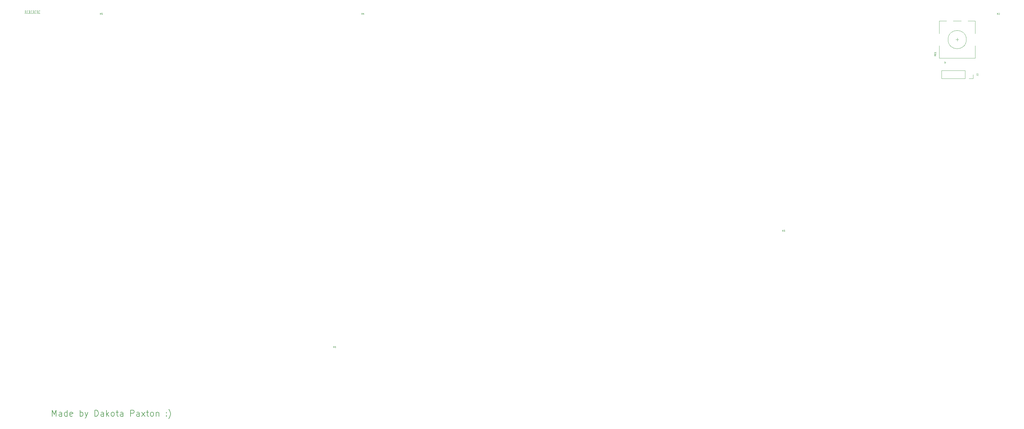
<source format=gto>
G04 #@! TF.GenerationSoftware,KiCad,Pcbnew,(5.1.9)-1*
G04 #@! TF.CreationDate,2021-06-04T19:47:10-04:00*
G04 #@! TF.ProjectId,version1,76657273-696f-46e3-912e-6b696361645f,rev?*
G04 #@! TF.SameCoordinates,Original*
G04 #@! TF.FileFunction,Legend,Top*
G04 #@! TF.FilePolarity,Positive*
%FSLAX46Y46*%
G04 Gerber Fmt 4.6, Leading zero omitted, Abs format (unit mm)*
G04 Created by KiCad (PCBNEW (5.1.9)-1) date 2021-06-04 19:47:10*
%MOMM*%
%LPD*%
G01*
G04 APERTURE LIST*
%ADD10C,0.125000*%
%ADD11C,0.150000*%
%ADD12C,0.120000*%
%ADD13R,2.000000X2.000000*%
%ADD14C,2.000000*%
%ADD15R,2.000000X3.200000*%
%ADD16C,1.750000*%
%ADD17C,2.250000*%
%ADD18C,3.987800*%
%ADD19C,3.048000*%
%ADD20C,3.500000*%
%ADD21C,0.650000*%
%ADD22O,1.000000X2.100000*%
%ADD23O,1.000000X1.600000*%
%ADD24O,1.700000X1.700000*%
%ADD25R,1.700000X1.700000*%
G04 APERTURE END LIST*
D10*
X78970476Y-78192380D02*
X78970476Y-78906666D01*
X78946666Y-79049523D01*
X78899047Y-79144761D01*
X78827619Y-79192380D01*
X78780000Y-79192380D01*
X79446666Y-79192380D02*
X79208571Y-79192380D01*
X79208571Y-78192380D01*
X79899047Y-79097142D02*
X79875238Y-79144761D01*
X79803809Y-79192380D01*
X79756190Y-79192380D01*
X79684761Y-79144761D01*
X79637142Y-79049523D01*
X79613333Y-78954285D01*
X79589523Y-78763809D01*
X79589523Y-78620952D01*
X79613333Y-78430476D01*
X79637142Y-78335238D01*
X79684761Y-78240000D01*
X79756190Y-78192380D01*
X79803809Y-78192380D01*
X79875238Y-78240000D01*
X79899047Y-78287619D01*
X80256190Y-78192380D02*
X80256190Y-78906666D01*
X80232380Y-79049523D01*
X80184761Y-79144761D01*
X80113333Y-79192380D01*
X80065714Y-79192380D01*
X80732380Y-79192380D02*
X80494285Y-79192380D01*
X80494285Y-78192380D01*
X81184761Y-79097142D02*
X81160952Y-79144761D01*
X81089523Y-79192380D01*
X81041904Y-79192380D01*
X80970476Y-79144761D01*
X80922857Y-79049523D01*
X80899047Y-78954285D01*
X80875238Y-78763809D01*
X80875238Y-78620952D01*
X80899047Y-78430476D01*
X80922857Y-78335238D01*
X80970476Y-78240000D01*
X81041904Y-78192380D01*
X81089523Y-78192380D01*
X81160952Y-78240000D01*
X81184761Y-78287619D01*
X81541904Y-78192380D02*
X81541904Y-78906666D01*
X81518095Y-79049523D01*
X81470476Y-79144761D01*
X81399047Y-79192380D01*
X81351428Y-79192380D01*
X82018095Y-79192380D02*
X81780000Y-79192380D01*
X81780000Y-78192380D01*
X82470476Y-79097142D02*
X82446666Y-79144761D01*
X82375238Y-79192380D01*
X82327619Y-79192380D01*
X82256190Y-79144761D01*
X82208571Y-79049523D01*
X82184761Y-78954285D01*
X82160952Y-78763809D01*
X82160952Y-78620952D01*
X82184761Y-78430476D01*
X82208571Y-78335238D01*
X82256190Y-78240000D01*
X82327619Y-78192380D01*
X82375238Y-78192380D01*
X82446666Y-78240000D01*
X82470476Y-78287619D01*
X82827619Y-78192380D02*
X82827619Y-78906666D01*
X82803809Y-79049523D01*
X82756190Y-79144761D01*
X82684761Y-79192380D01*
X82637142Y-79192380D01*
X83303809Y-79192380D02*
X83065714Y-79192380D01*
X83065714Y-78192380D01*
X83756190Y-79097142D02*
X83732380Y-79144761D01*
X83660952Y-79192380D01*
X83613333Y-79192380D01*
X83541904Y-79144761D01*
X83494285Y-79049523D01*
X83470476Y-78954285D01*
X83446666Y-78763809D01*
X83446666Y-78620952D01*
X83470476Y-78430476D01*
X83494285Y-78335238D01*
X83541904Y-78240000D01*
X83613333Y-78192380D01*
X83660952Y-78192380D01*
X83732380Y-78240000D01*
X83756190Y-78287619D01*
D11*
X87807047Y-211216761D02*
X87807047Y-209216761D01*
X88473714Y-210645333D01*
X89140380Y-209216761D01*
X89140380Y-211216761D01*
X90949904Y-211216761D02*
X90949904Y-210169142D01*
X90854666Y-209978666D01*
X90664190Y-209883428D01*
X90283238Y-209883428D01*
X90092761Y-209978666D01*
X90949904Y-211121523D02*
X90759428Y-211216761D01*
X90283238Y-211216761D01*
X90092761Y-211121523D01*
X89997523Y-210931047D01*
X89997523Y-210740571D01*
X90092761Y-210550095D01*
X90283238Y-210454857D01*
X90759428Y-210454857D01*
X90949904Y-210359619D01*
X92759428Y-211216761D02*
X92759428Y-209216761D01*
X92759428Y-211121523D02*
X92568952Y-211216761D01*
X92187999Y-211216761D01*
X91997523Y-211121523D01*
X91902285Y-211026285D01*
X91807047Y-210835809D01*
X91807047Y-210264380D01*
X91902285Y-210073904D01*
X91997523Y-209978666D01*
X92187999Y-209883428D01*
X92568952Y-209883428D01*
X92759428Y-209978666D01*
X94473714Y-211121523D02*
X94283238Y-211216761D01*
X93902285Y-211216761D01*
X93711809Y-211121523D01*
X93616571Y-210931047D01*
X93616571Y-210169142D01*
X93711809Y-209978666D01*
X93902285Y-209883428D01*
X94283238Y-209883428D01*
X94473714Y-209978666D01*
X94568952Y-210169142D01*
X94568952Y-210359619D01*
X93616571Y-210550095D01*
X96949904Y-211216761D02*
X96949904Y-209216761D01*
X96949904Y-209978666D02*
X97140380Y-209883428D01*
X97521333Y-209883428D01*
X97711809Y-209978666D01*
X97807047Y-210073904D01*
X97902285Y-210264380D01*
X97902285Y-210835809D01*
X97807047Y-211026285D01*
X97711809Y-211121523D01*
X97521333Y-211216761D01*
X97140380Y-211216761D01*
X96949904Y-211121523D01*
X98568952Y-209883428D02*
X99045142Y-211216761D01*
X99521333Y-209883428D02*
X99045142Y-211216761D01*
X98854666Y-211692952D01*
X98759428Y-211788190D01*
X98568952Y-211883428D01*
X101807047Y-211216761D02*
X101807047Y-209216761D01*
X102283238Y-209216761D01*
X102568952Y-209312000D01*
X102759428Y-209502476D01*
X102854666Y-209692952D01*
X102949904Y-210073904D01*
X102949904Y-210359619D01*
X102854666Y-210740571D01*
X102759428Y-210931047D01*
X102568952Y-211121523D01*
X102283238Y-211216761D01*
X101807047Y-211216761D01*
X104664190Y-211216761D02*
X104664190Y-210169142D01*
X104568952Y-209978666D01*
X104378476Y-209883428D01*
X103997523Y-209883428D01*
X103807047Y-209978666D01*
X104664190Y-211121523D02*
X104473714Y-211216761D01*
X103997523Y-211216761D01*
X103807047Y-211121523D01*
X103711809Y-210931047D01*
X103711809Y-210740571D01*
X103807047Y-210550095D01*
X103997523Y-210454857D01*
X104473714Y-210454857D01*
X104664190Y-210359619D01*
X105616571Y-211216761D02*
X105616571Y-209216761D01*
X105807047Y-210454857D02*
X106378476Y-211216761D01*
X106378476Y-209883428D02*
X105616571Y-210645333D01*
X107521333Y-211216761D02*
X107330857Y-211121523D01*
X107235619Y-211026285D01*
X107140380Y-210835809D01*
X107140380Y-210264380D01*
X107235619Y-210073904D01*
X107330857Y-209978666D01*
X107521333Y-209883428D01*
X107807047Y-209883428D01*
X107997523Y-209978666D01*
X108092761Y-210073904D01*
X108188000Y-210264380D01*
X108188000Y-210835809D01*
X108092761Y-211026285D01*
X107997523Y-211121523D01*
X107807047Y-211216761D01*
X107521333Y-211216761D01*
X108759428Y-209883428D02*
X109521333Y-209883428D01*
X109045142Y-209216761D02*
X109045142Y-210931047D01*
X109140380Y-211121523D01*
X109330857Y-211216761D01*
X109521333Y-211216761D01*
X111045142Y-211216761D02*
X111045142Y-210169142D01*
X110949904Y-209978666D01*
X110759428Y-209883428D01*
X110378476Y-209883428D01*
X110188000Y-209978666D01*
X111045142Y-211121523D02*
X110854666Y-211216761D01*
X110378476Y-211216761D01*
X110188000Y-211121523D01*
X110092761Y-210931047D01*
X110092761Y-210740571D01*
X110188000Y-210550095D01*
X110378476Y-210454857D01*
X110854666Y-210454857D01*
X111045142Y-210359619D01*
X113521333Y-211216761D02*
X113521333Y-209216761D01*
X114283238Y-209216761D01*
X114473714Y-209312000D01*
X114568952Y-209407238D01*
X114664190Y-209597714D01*
X114664190Y-209883428D01*
X114568952Y-210073904D01*
X114473714Y-210169142D01*
X114283238Y-210264380D01*
X113521333Y-210264380D01*
X116378476Y-211216761D02*
X116378476Y-210169142D01*
X116283238Y-209978666D01*
X116092761Y-209883428D01*
X115711809Y-209883428D01*
X115521333Y-209978666D01*
X116378476Y-211121523D02*
X116187999Y-211216761D01*
X115711809Y-211216761D01*
X115521333Y-211121523D01*
X115426095Y-210931047D01*
X115426095Y-210740571D01*
X115521333Y-210550095D01*
X115711809Y-210454857D01*
X116187999Y-210454857D01*
X116378476Y-210359619D01*
X117140380Y-211216761D02*
X118187999Y-209883428D01*
X117140380Y-209883428D02*
X118187999Y-211216761D01*
X118664190Y-209883428D02*
X119426095Y-209883428D01*
X118949904Y-209216761D02*
X118949904Y-210931047D01*
X119045142Y-211121523D01*
X119235619Y-211216761D01*
X119426095Y-211216761D01*
X120378476Y-211216761D02*
X120187999Y-211121523D01*
X120092761Y-211026285D01*
X119997523Y-210835809D01*
X119997523Y-210264380D01*
X120092761Y-210073904D01*
X120187999Y-209978666D01*
X120378476Y-209883428D01*
X120664190Y-209883428D01*
X120854666Y-209978666D01*
X120949904Y-210073904D01*
X121045142Y-210264380D01*
X121045142Y-210835809D01*
X120949904Y-211026285D01*
X120854666Y-211121523D01*
X120664190Y-211216761D01*
X120378476Y-211216761D01*
X121902285Y-209883428D02*
X121902285Y-211216761D01*
X121902285Y-210073904D02*
X121997523Y-209978666D01*
X122187999Y-209883428D01*
X122473714Y-209883428D01*
X122664190Y-209978666D01*
X122759428Y-210169142D01*
X122759428Y-211216761D01*
X125235619Y-211026285D02*
X125330857Y-211121523D01*
X125235619Y-211216761D01*
X125140380Y-211121523D01*
X125235619Y-211026285D01*
X125235619Y-211216761D01*
X125235619Y-209978666D02*
X125330857Y-210073904D01*
X125235619Y-210169142D01*
X125140380Y-210073904D01*
X125235619Y-209978666D01*
X125235619Y-210169142D01*
X125997523Y-211978666D02*
X126092761Y-211883428D01*
X126283238Y-211597714D01*
X126378476Y-211407238D01*
X126473714Y-211121523D01*
X126568952Y-210645333D01*
X126568952Y-210264380D01*
X126473714Y-209788190D01*
X126378476Y-209502476D01*
X126283238Y-209312000D01*
X126092761Y-209026285D01*
X125997523Y-208931047D01*
D12*
X387293750Y-87750000D02*
G75*
G03*
X387293750Y-87750000I-3000000J0D01*
G01*
X378393750Y-85750000D02*
X378393750Y-81650000D01*
X390193750Y-81650000D02*
X390193750Y-85750000D01*
X390193750Y-89750000D02*
X390193750Y-93850000D01*
X378393750Y-89750000D02*
X378393750Y-93850000D01*
X378393750Y-93850000D02*
X390193750Y-93850000D01*
X380493750Y-95250000D02*
X380193750Y-95550000D01*
X380193750Y-95550000D02*
X380193750Y-94950000D01*
X380193750Y-94950000D02*
X380493750Y-95250000D01*
X378393750Y-81650000D02*
X380793750Y-81650000D01*
X382993750Y-81650000D02*
X385593750Y-81650000D01*
X387793750Y-81650000D02*
X390193750Y-81650000D01*
X383793750Y-87750000D02*
X384793750Y-87750000D01*
X384293750Y-88250000D02*
X384293750Y-87250000D01*
X386873750Y-97888750D02*
X386873750Y-100548750D01*
X386873750Y-97888750D02*
X379193750Y-97888750D01*
X379193750Y-97888750D02*
X379193750Y-100548750D01*
X386873750Y-100548750D02*
X379193750Y-100548750D01*
X389473750Y-100548750D02*
X388143750Y-100548750D01*
X389473750Y-99218750D02*
X389473750Y-100548750D01*
D10*
X377319940Y-92759523D02*
X377081845Y-92926190D01*
X377319940Y-93045238D02*
X376819940Y-93045238D01*
X376819940Y-92854761D01*
X376843750Y-92807142D01*
X376867559Y-92783333D01*
X376915178Y-92759523D01*
X376986607Y-92759523D01*
X377034226Y-92783333D01*
X377058035Y-92807142D01*
X377081845Y-92854761D01*
X377081845Y-93045238D01*
X377058035Y-92545238D02*
X377058035Y-92378571D01*
X377319940Y-92307142D02*
X377319940Y-92545238D01*
X376819940Y-92545238D01*
X376819940Y-92307142D01*
X377319940Y-91830952D02*
X377319940Y-92116666D01*
X377319940Y-91973809D02*
X376819940Y-91973809D01*
X376891369Y-92021428D01*
X376938988Y-92069047D01*
X376962797Y-92116666D01*
D11*
D10*
X397383047Y-79546190D02*
X397383047Y-79046190D01*
X397383047Y-79284285D02*
X397668761Y-79284285D01*
X397668761Y-79546190D02*
X397668761Y-79046190D01*
X397883047Y-79093809D02*
X397906857Y-79070000D01*
X397954476Y-79046190D01*
X398073523Y-79046190D01*
X398121142Y-79070000D01*
X398144952Y-79093809D01*
X398168761Y-79141428D01*
X398168761Y-79189047D01*
X398144952Y-79260476D01*
X397859238Y-79546190D01*
X398168761Y-79546190D01*
D11*
D10*
X390639940Y-99385416D02*
X390997083Y-99385416D01*
X391068511Y-99409226D01*
X391116130Y-99456845D01*
X391139940Y-99528273D01*
X391139940Y-99575892D01*
X390687559Y-99171130D02*
X390663750Y-99147321D01*
X390639940Y-99099702D01*
X390639940Y-98980654D01*
X390663750Y-98933035D01*
X390687559Y-98909226D01*
X390735178Y-98885416D01*
X390782797Y-98885416D01*
X390854226Y-98909226D01*
X391139940Y-99194940D01*
X391139940Y-98885416D01*
D11*
D10*
X103505047Y-79546190D02*
X103505047Y-79046190D01*
X103505047Y-79284285D02*
X103790761Y-79284285D01*
X103790761Y-79546190D02*
X103790761Y-79046190D01*
X104266952Y-79046190D02*
X104028857Y-79046190D01*
X104005047Y-79284285D01*
X104028857Y-79260476D01*
X104076476Y-79236666D01*
X104195523Y-79236666D01*
X104243142Y-79260476D01*
X104266952Y-79284285D01*
X104290761Y-79331904D01*
X104290761Y-79450952D01*
X104266952Y-79498571D01*
X104243142Y-79522380D01*
X104195523Y-79546190D01*
X104076476Y-79546190D01*
X104028857Y-79522380D01*
X104005047Y-79498571D01*
D11*
D10*
X189153847Y-79546190D02*
X189153847Y-79046190D01*
X189153847Y-79284285D02*
X189439561Y-79284285D01*
X189439561Y-79546190D02*
X189439561Y-79046190D01*
X189891942Y-79212857D02*
X189891942Y-79546190D01*
X189772895Y-79022380D02*
X189653847Y-79379523D01*
X189963371Y-79379523D01*
D11*
D10*
X327025047Y-150666190D02*
X327025047Y-150166190D01*
X327025047Y-150404285D02*
X327310761Y-150404285D01*
X327310761Y-150666190D02*
X327310761Y-150166190D01*
X327501238Y-150166190D02*
X327810761Y-150166190D01*
X327644095Y-150356666D01*
X327715523Y-150356666D01*
X327763142Y-150380476D01*
X327786952Y-150404285D01*
X327810761Y-150451904D01*
X327810761Y-150570952D01*
X327786952Y-150618571D01*
X327763142Y-150642380D01*
X327715523Y-150666190D01*
X327572666Y-150666190D01*
X327525047Y-150642380D01*
X327501238Y-150618571D01*
D11*
D10*
X179959047Y-188766190D02*
X179959047Y-188266190D01*
X179959047Y-188504285D02*
X180244761Y-188504285D01*
X180244761Y-188766190D02*
X180244761Y-188266190D01*
X180744761Y-188766190D02*
X180459047Y-188766190D01*
X180601904Y-188766190D02*
X180601904Y-188266190D01*
X180554285Y-188337619D01*
X180506666Y-188385238D01*
X180459047Y-188409047D01*
D11*
%LPC*%
D13*
X381793750Y-95250000D03*
D14*
X384293750Y-95250000D03*
X386793750Y-95250000D03*
D15*
X378693750Y-87750000D03*
X389893750Y-87750000D03*
D14*
X381793750Y-80750000D03*
X386793750Y-80750000D03*
D16*
X356711250Y-137318750D03*
X346551250Y-137318750D03*
D17*
X347821250Y-134778750D03*
D18*
X351631250Y-137318750D03*
D17*
X354171250Y-132238750D03*
D16*
X99536250Y-137318750D03*
X89376250Y-137318750D03*
D17*
X90646250Y-134778750D03*
D18*
X94456250Y-137318750D03*
D17*
X96996250Y-132238750D03*
D18*
X334930750Y-126523750D03*
X358806750Y-126523750D03*
D19*
X334930750Y-111283750D03*
X358806750Y-111283750D03*
D16*
X351948750Y-118268750D03*
X341788750Y-118268750D03*
D17*
X343058750Y-115728750D03*
D18*
X346868750Y-118268750D03*
D17*
X349408750Y-113188750D03*
D18*
X161137600Y-186213750D03*
X261137400Y-186213750D03*
D19*
X161137600Y-201453750D03*
X261137400Y-201453750D03*
D16*
X216217500Y-194468750D03*
X206057500Y-194468750D03*
D17*
X207327500Y-191928750D03*
D18*
X211137500Y-194468750D03*
D17*
X213677500Y-189388750D03*
D18*
X332549500Y-164623750D03*
X356425500Y-164623750D03*
D19*
X332549500Y-149383750D03*
X356425500Y-149383750D03*
D16*
X349567500Y-156368750D03*
X339407500Y-156368750D03*
D17*
X340677500Y-153828750D03*
D18*
X344487500Y-156368750D03*
D17*
X347027500Y-151288750D03*
D18*
X89662000Y-183673750D03*
X113538000Y-183673750D03*
D19*
X89662000Y-168433750D03*
X113538000Y-168433750D03*
D16*
X106680000Y-175418750D03*
X96520000Y-175418750D03*
D17*
X97790000Y-172878750D03*
D18*
X101600000Y-175418750D03*
D17*
X104140000Y-170338750D03*
D16*
X101917500Y-156368750D03*
X91757500Y-156368750D03*
D17*
X93027500Y-153828750D03*
D18*
X96837500Y-156368750D03*
D17*
X99377500Y-151288750D03*
D16*
X335280000Y-175418750D03*
X325120000Y-175418750D03*
D17*
X326390000Y-172878750D03*
D18*
X330200000Y-175418750D03*
D17*
X332740000Y-170338750D03*
D16*
X97155000Y-194468750D03*
X86995000Y-194468750D03*
D17*
X88265000Y-191928750D03*
D18*
X92075000Y-194468750D03*
D17*
X94615000Y-189388750D03*
D16*
X120967500Y-194468750D03*
X110807500Y-194468750D03*
D17*
X112077500Y-191928750D03*
D18*
X115887500Y-194468750D03*
D17*
X118427500Y-189388750D03*
D16*
X144780000Y-194468750D03*
X134620000Y-194468750D03*
D17*
X135890000Y-191928750D03*
D18*
X139700000Y-194468750D03*
D17*
X142240000Y-189388750D03*
D16*
X123348750Y-89693750D03*
X113188750Y-89693750D03*
D17*
X114458750Y-87153750D03*
D18*
X118268750Y-89693750D03*
D17*
X120808750Y-84613750D03*
D16*
X142398750Y-89693750D03*
X132238750Y-89693750D03*
D17*
X133508750Y-87153750D03*
D18*
X137318750Y-89693750D03*
D17*
X139858750Y-84613750D03*
D16*
X161448750Y-89693750D03*
X151288750Y-89693750D03*
D17*
X152558750Y-87153750D03*
D18*
X156368750Y-89693750D03*
D17*
X158908750Y-84613750D03*
D16*
X180498750Y-89693750D03*
X170338750Y-89693750D03*
D17*
X171608750Y-87153750D03*
D18*
X175418750Y-89693750D03*
D17*
X177958750Y-84613750D03*
D16*
X209073750Y-89693750D03*
X198913750Y-89693750D03*
D17*
X200183750Y-87153750D03*
D18*
X203993750Y-89693750D03*
D17*
X206533750Y-84613750D03*
D16*
X228123750Y-89693750D03*
X217963750Y-89693750D03*
D17*
X219233750Y-87153750D03*
D18*
X223043750Y-89693750D03*
D17*
X225583750Y-84613750D03*
D16*
X247173750Y-89693750D03*
X237013750Y-89693750D03*
D17*
X238283750Y-87153750D03*
D18*
X242093750Y-89693750D03*
D17*
X244633750Y-84613750D03*
D16*
X266223750Y-89693750D03*
X256063750Y-89693750D03*
D17*
X257333750Y-87153750D03*
D18*
X261143750Y-89693750D03*
D17*
X263683750Y-84613750D03*
D16*
X294798750Y-89693750D03*
X284638750Y-89693750D03*
D17*
X285908750Y-87153750D03*
D18*
X289718750Y-89693750D03*
D17*
X292258750Y-84613750D03*
D16*
X313848750Y-89693750D03*
X303688750Y-89693750D03*
D17*
X304958750Y-87153750D03*
D18*
X308768750Y-89693750D03*
D17*
X311308750Y-84613750D03*
D16*
X332898750Y-89693750D03*
X322738750Y-89693750D03*
D17*
X324008750Y-87153750D03*
D18*
X327818750Y-89693750D03*
D17*
X330358750Y-84613750D03*
D16*
X351948750Y-89693750D03*
X341788750Y-89693750D03*
D17*
X343058750Y-87153750D03*
D18*
X346868750Y-89693750D03*
D17*
X349408750Y-84613750D03*
D16*
X94773750Y-118268750D03*
X84613750Y-118268750D03*
D17*
X85883750Y-115728750D03*
D18*
X89693750Y-118268750D03*
D17*
X92233750Y-113188750D03*
D16*
X113823750Y-118268750D03*
X103663750Y-118268750D03*
D17*
X104933750Y-115728750D03*
D18*
X108743750Y-118268750D03*
D17*
X111283750Y-113188750D03*
D16*
X132873750Y-118268750D03*
X122713750Y-118268750D03*
D17*
X123983750Y-115728750D03*
D18*
X127793750Y-118268750D03*
D17*
X130333750Y-113188750D03*
D16*
X151923750Y-118268750D03*
X141763750Y-118268750D03*
D17*
X143033750Y-115728750D03*
D18*
X146843750Y-118268750D03*
D17*
X149383750Y-113188750D03*
D16*
X170973750Y-118268750D03*
X160813750Y-118268750D03*
D17*
X162083750Y-115728750D03*
D18*
X165893750Y-118268750D03*
D17*
X168433750Y-113188750D03*
D16*
X190023750Y-118268750D03*
X179863750Y-118268750D03*
D17*
X181133750Y-115728750D03*
D18*
X184943750Y-118268750D03*
D17*
X187483750Y-113188750D03*
D16*
X209073750Y-118268750D03*
X198913750Y-118268750D03*
D17*
X200183750Y-115728750D03*
D18*
X203993750Y-118268750D03*
D17*
X206533750Y-113188750D03*
D16*
X228123750Y-118268750D03*
X217963750Y-118268750D03*
D17*
X219233750Y-115728750D03*
D18*
X223043750Y-118268750D03*
D17*
X225583750Y-113188750D03*
D16*
X247173750Y-118268750D03*
X237013750Y-118268750D03*
D17*
X238283750Y-115728750D03*
D18*
X242093750Y-118268750D03*
D17*
X244633750Y-113188750D03*
D16*
X266223750Y-118268750D03*
X256063750Y-118268750D03*
D17*
X257333750Y-115728750D03*
D18*
X261143750Y-118268750D03*
D17*
X263683750Y-113188750D03*
D16*
X285273750Y-118268750D03*
X275113750Y-118268750D03*
D17*
X276383750Y-115728750D03*
D18*
X280193750Y-118268750D03*
D17*
X282733750Y-113188750D03*
D16*
X304323750Y-118268750D03*
X294163750Y-118268750D03*
D17*
X295433750Y-115728750D03*
D18*
X299243750Y-118268750D03*
D17*
X301783750Y-113188750D03*
D16*
X323373750Y-118268750D03*
X313213750Y-118268750D03*
D17*
X314483750Y-115728750D03*
D18*
X318293750Y-118268750D03*
D17*
X320833750Y-113188750D03*
D16*
X123348750Y-137318750D03*
X113188750Y-137318750D03*
D17*
X114458750Y-134778750D03*
D18*
X118268750Y-137318750D03*
D17*
X120808750Y-132238750D03*
D16*
X142398750Y-137318750D03*
X132238750Y-137318750D03*
D17*
X133508750Y-134778750D03*
D18*
X137318750Y-137318750D03*
D17*
X139858750Y-132238750D03*
D16*
X180498750Y-137318750D03*
X170338750Y-137318750D03*
D17*
X171608750Y-134778750D03*
D18*
X175418750Y-137318750D03*
D17*
X177958750Y-132238750D03*
D16*
X199548750Y-137318750D03*
X189388750Y-137318750D03*
D17*
X190658750Y-134778750D03*
D18*
X194468750Y-137318750D03*
D17*
X197008750Y-132238750D03*
D16*
X218598750Y-137318750D03*
X208438750Y-137318750D03*
D17*
X209708750Y-134778750D03*
D18*
X213518750Y-137318750D03*
D17*
X216058750Y-132238750D03*
D16*
X237648750Y-137318750D03*
X227488750Y-137318750D03*
D17*
X228758750Y-134778750D03*
D18*
X232568750Y-137318750D03*
D17*
X235108750Y-132238750D03*
D16*
X256698750Y-137318750D03*
X246538750Y-137318750D03*
D17*
X247808750Y-134778750D03*
D18*
X251618750Y-137318750D03*
D17*
X254158750Y-132238750D03*
D16*
X275748750Y-137318750D03*
X265588750Y-137318750D03*
D17*
X266858750Y-134778750D03*
D18*
X270668750Y-137318750D03*
D17*
X273208750Y-132238750D03*
D16*
X313848750Y-137318750D03*
X303688750Y-137318750D03*
D17*
X304958750Y-134778750D03*
D18*
X308768750Y-137318750D03*
D17*
X311308750Y-132238750D03*
D16*
X332898750Y-137318750D03*
X322738750Y-137318750D03*
D17*
X324008750Y-134778750D03*
D18*
X327818750Y-137318750D03*
D17*
X330358750Y-132238750D03*
D16*
X128111250Y-156368750D03*
X117951250Y-156368750D03*
D17*
X119221250Y-153828750D03*
D18*
X123031250Y-156368750D03*
D17*
X125571250Y-151288750D03*
D16*
X147161250Y-156368750D03*
X137001250Y-156368750D03*
D17*
X138271250Y-153828750D03*
D18*
X142081250Y-156368750D03*
D17*
X144621250Y-151288750D03*
D16*
X166211250Y-156368750D03*
X156051250Y-156368750D03*
D17*
X157321250Y-153828750D03*
D18*
X161131250Y-156368750D03*
D17*
X163671250Y-151288750D03*
D16*
X185261250Y-156368750D03*
X175101250Y-156368750D03*
D17*
X176371250Y-153828750D03*
D18*
X180181250Y-156368750D03*
D17*
X182721250Y-151288750D03*
D16*
X242411250Y-156368750D03*
X232251250Y-156368750D03*
D17*
X233521250Y-153828750D03*
D18*
X237331250Y-156368750D03*
D17*
X239871250Y-151288750D03*
D16*
X261461250Y-156368750D03*
X251301250Y-156368750D03*
D17*
X252571250Y-153828750D03*
D18*
X256381250Y-156368750D03*
D17*
X258921250Y-151288750D03*
D16*
X280511250Y-156368750D03*
X270351250Y-156368750D03*
D17*
X271621250Y-153828750D03*
D18*
X275431250Y-156368750D03*
D17*
X277971250Y-151288750D03*
D16*
X299561250Y-156368750D03*
X289401250Y-156368750D03*
D17*
X290671250Y-153828750D03*
D18*
X294481250Y-156368750D03*
D17*
X297021250Y-151288750D03*
D16*
X318611250Y-156368750D03*
X308451250Y-156368750D03*
D17*
X309721250Y-153828750D03*
D18*
X313531250Y-156368750D03*
D17*
X316071250Y-151288750D03*
D16*
X390048750Y-156368750D03*
X379888750Y-156368750D03*
D17*
X381158750Y-153828750D03*
D18*
X384968750Y-156368750D03*
D17*
X387508750Y-151288750D03*
D16*
X156686250Y-175418750D03*
X146526250Y-175418750D03*
D17*
X147796250Y-172878750D03*
D18*
X151606250Y-175418750D03*
D17*
X154146250Y-170338750D03*
D16*
X175736250Y-175418750D03*
X165576250Y-175418750D03*
D17*
X166846250Y-172878750D03*
D18*
X170656250Y-175418750D03*
D17*
X173196250Y-170338750D03*
D16*
X194786250Y-175418750D03*
X184626250Y-175418750D03*
D17*
X185896250Y-172878750D03*
D18*
X189706250Y-175418750D03*
D17*
X192246250Y-170338750D03*
D16*
X213836250Y-175418750D03*
X203676250Y-175418750D03*
D17*
X204946250Y-172878750D03*
D18*
X208756250Y-175418750D03*
D17*
X211296250Y-170338750D03*
D16*
X232886250Y-175418750D03*
X222726250Y-175418750D03*
D17*
X223996250Y-172878750D03*
D18*
X227806250Y-175418750D03*
D17*
X230346250Y-170338750D03*
D16*
X251936250Y-175418750D03*
X241776250Y-175418750D03*
D17*
X243046250Y-172878750D03*
D18*
X246856250Y-175418750D03*
D17*
X249396250Y-170338750D03*
D16*
X270986250Y-175418750D03*
X260826250Y-175418750D03*
D17*
X262096250Y-172878750D03*
D18*
X265906250Y-175418750D03*
D17*
X268446250Y-170338750D03*
D16*
X290036250Y-175418750D03*
X279876250Y-175418750D03*
D17*
X281146250Y-172878750D03*
D18*
X284956250Y-175418750D03*
D17*
X287496250Y-170338750D03*
D16*
X309086250Y-175418750D03*
X298926250Y-175418750D03*
D17*
X300196250Y-172878750D03*
D18*
X304006250Y-175418750D03*
D17*
X306546250Y-170338750D03*
D16*
X390048750Y-175418750D03*
X379888750Y-175418750D03*
D17*
X381158750Y-172878750D03*
D18*
X384968750Y-175418750D03*
D17*
X387508750Y-170338750D03*
D16*
X304323750Y-194468750D03*
X294163750Y-194468750D03*
D17*
X295433750Y-191928750D03*
D18*
X299243750Y-194468750D03*
D17*
X301783750Y-189388750D03*
D16*
X323373750Y-194468750D03*
X313213750Y-194468750D03*
D17*
X314483750Y-191928750D03*
D18*
X318293750Y-194468750D03*
D17*
X320833750Y-189388750D03*
D16*
X366236250Y-199231250D03*
X356076250Y-199231250D03*
D17*
X357346250Y-196691250D03*
D18*
X361156250Y-199231250D03*
D17*
X363696250Y-194151250D03*
D16*
X223361250Y-156368750D03*
X213201250Y-156368750D03*
D17*
X214471250Y-153828750D03*
D18*
X218281250Y-156368750D03*
D17*
X220821250Y-151288750D03*
D16*
X137636250Y-175418750D03*
X127476250Y-175418750D03*
D17*
X128746250Y-172878750D03*
D18*
X132556250Y-175418750D03*
D17*
X135096250Y-170338750D03*
D16*
X285273750Y-194468750D03*
X275113750Y-194468750D03*
D17*
X276383750Y-191928750D03*
D18*
X280193750Y-194468750D03*
D17*
X282733750Y-189388750D03*
D16*
X347186250Y-199231250D03*
X337026250Y-199231250D03*
D17*
X338296250Y-196691250D03*
D18*
X342106250Y-199231250D03*
D17*
X344646250Y-194151250D03*
D16*
X385286250Y-199231250D03*
X375126250Y-199231250D03*
D17*
X376396250Y-196691250D03*
D18*
X380206250Y-199231250D03*
D17*
X382746250Y-194151250D03*
D16*
X204311250Y-156368750D03*
X194151250Y-156368750D03*
D17*
X195421250Y-153828750D03*
D18*
X199231250Y-156368750D03*
D17*
X201771250Y-151288750D03*
D16*
X161448750Y-137318750D03*
X151288750Y-137318750D03*
D17*
X152558750Y-134778750D03*
D18*
X156368750Y-137318750D03*
D17*
X158908750Y-132238750D03*
D16*
X294798750Y-137318750D03*
X284638750Y-137318750D03*
D17*
X285908750Y-134778750D03*
D18*
X289718750Y-137318750D03*
D17*
X292258750Y-132238750D03*
D16*
X366236250Y-180181250D03*
X356076250Y-180181250D03*
D17*
X357346250Y-177641250D03*
D18*
X361156250Y-180181250D03*
D17*
X363696250Y-175101250D03*
D16*
X94773750Y-89693750D03*
X84613750Y-89693750D03*
D17*
X85883750Y-87153750D03*
D18*
X89693750Y-89693750D03*
D17*
X92233750Y-84613750D03*
D20*
X397764000Y-83820000D03*
D21*
X369602500Y-83243750D03*
X363822500Y-83243750D03*
D22*
X362392500Y-83773750D03*
X371032500Y-83773750D03*
D23*
X362392500Y-79593750D03*
X371032500Y-79593750D03*
D24*
X380523750Y-99218750D03*
X383063750Y-99218750D03*
X385603750Y-99218750D03*
D25*
X388143750Y-99218750D03*
D20*
X103886000Y-83820000D03*
X189534800Y-83820000D03*
X327406000Y-154940000D03*
X180340000Y-193040000D03*
M02*

</source>
